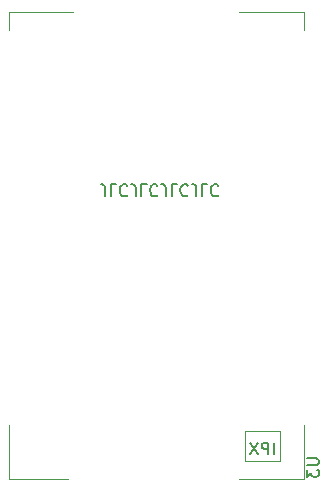
<source format=gbr>
%TF.GenerationSoftware,KiCad,Pcbnew,8.0.1*%
%TF.CreationDate,2024-04-03T20:26:05-05:00*%
%TF.ProjectId,meshtastic-diy,6d657368-7461-4737-9469-632d6469792e,2.1*%
%TF.SameCoordinates,Original*%
%TF.FileFunction,Legend,Bot*%
%TF.FilePolarity,Positive*%
%FSLAX46Y46*%
G04 Gerber Fmt 4.6, Leading zero omitted, Abs format (unit mm)*
G04 Created by KiCad (PCBNEW 8.0.1) date 2024-04-03 20:26:05*
%MOMM*%
%LPD*%
G01*
G04 APERTURE LIST*
%ADD10C,0.150000*%
%ADD11C,0.120000*%
G04 APERTURE END LIST*
D10*
X152180951Y-98945180D02*
X152180951Y-98230895D01*
X152180951Y-98230895D02*
X152133332Y-98088038D01*
X152133332Y-98088038D02*
X152038094Y-97992800D01*
X152038094Y-97992800D02*
X151895237Y-97945180D01*
X151895237Y-97945180D02*
X151799999Y-97945180D01*
X153133332Y-97945180D02*
X152657142Y-97945180D01*
X152657142Y-97945180D02*
X152657142Y-98945180D01*
X154038094Y-98040419D02*
X153990475Y-97992800D01*
X153990475Y-97992800D02*
X153847618Y-97945180D01*
X153847618Y-97945180D02*
X153752380Y-97945180D01*
X153752380Y-97945180D02*
X153609523Y-97992800D01*
X153609523Y-97992800D02*
X153514285Y-98088038D01*
X153514285Y-98088038D02*
X153466666Y-98183276D01*
X153466666Y-98183276D02*
X153419047Y-98373752D01*
X153419047Y-98373752D02*
X153419047Y-98516609D01*
X153419047Y-98516609D02*
X153466666Y-98707085D01*
X153466666Y-98707085D02*
X153514285Y-98802323D01*
X153514285Y-98802323D02*
X153609523Y-98897561D01*
X153609523Y-98897561D02*
X153752380Y-98945180D01*
X153752380Y-98945180D02*
X153847618Y-98945180D01*
X153847618Y-98945180D02*
X153990475Y-98897561D01*
X153990475Y-98897561D02*
X154038094Y-98849942D01*
X154752380Y-98945180D02*
X154752380Y-98230895D01*
X154752380Y-98230895D02*
X154704761Y-98088038D01*
X154704761Y-98088038D02*
X154609523Y-97992800D01*
X154609523Y-97992800D02*
X154466666Y-97945180D01*
X154466666Y-97945180D02*
X154371428Y-97945180D01*
X155704761Y-97945180D02*
X155228571Y-97945180D01*
X155228571Y-97945180D02*
X155228571Y-98945180D01*
X156609523Y-98040419D02*
X156561904Y-97992800D01*
X156561904Y-97992800D02*
X156419047Y-97945180D01*
X156419047Y-97945180D02*
X156323809Y-97945180D01*
X156323809Y-97945180D02*
X156180952Y-97992800D01*
X156180952Y-97992800D02*
X156085714Y-98088038D01*
X156085714Y-98088038D02*
X156038095Y-98183276D01*
X156038095Y-98183276D02*
X155990476Y-98373752D01*
X155990476Y-98373752D02*
X155990476Y-98516609D01*
X155990476Y-98516609D02*
X156038095Y-98707085D01*
X156038095Y-98707085D02*
X156085714Y-98802323D01*
X156085714Y-98802323D02*
X156180952Y-98897561D01*
X156180952Y-98897561D02*
X156323809Y-98945180D01*
X156323809Y-98945180D02*
X156419047Y-98945180D01*
X156419047Y-98945180D02*
X156561904Y-98897561D01*
X156561904Y-98897561D02*
X156609523Y-98849942D01*
X157323809Y-98945180D02*
X157323809Y-98230895D01*
X157323809Y-98230895D02*
X157276190Y-98088038D01*
X157276190Y-98088038D02*
X157180952Y-97992800D01*
X157180952Y-97992800D02*
X157038095Y-97945180D01*
X157038095Y-97945180D02*
X156942857Y-97945180D01*
X158276190Y-97945180D02*
X157800000Y-97945180D01*
X157800000Y-97945180D02*
X157800000Y-98945180D01*
X159180952Y-98040419D02*
X159133333Y-97992800D01*
X159133333Y-97992800D02*
X158990476Y-97945180D01*
X158990476Y-97945180D02*
X158895238Y-97945180D01*
X158895238Y-97945180D02*
X158752381Y-97992800D01*
X158752381Y-97992800D02*
X158657143Y-98088038D01*
X158657143Y-98088038D02*
X158609524Y-98183276D01*
X158609524Y-98183276D02*
X158561905Y-98373752D01*
X158561905Y-98373752D02*
X158561905Y-98516609D01*
X158561905Y-98516609D02*
X158609524Y-98707085D01*
X158609524Y-98707085D02*
X158657143Y-98802323D01*
X158657143Y-98802323D02*
X158752381Y-98897561D01*
X158752381Y-98897561D02*
X158895238Y-98945180D01*
X158895238Y-98945180D02*
X158990476Y-98945180D01*
X158990476Y-98945180D02*
X159133333Y-98897561D01*
X159133333Y-98897561D02*
X159180952Y-98849942D01*
X159895238Y-98945180D02*
X159895238Y-98230895D01*
X159895238Y-98230895D02*
X159847619Y-98088038D01*
X159847619Y-98088038D02*
X159752381Y-97992800D01*
X159752381Y-97992800D02*
X159609524Y-97945180D01*
X159609524Y-97945180D02*
X159514286Y-97945180D01*
X160847619Y-97945180D02*
X160371429Y-97945180D01*
X160371429Y-97945180D02*
X160371429Y-98945180D01*
X161752381Y-98040419D02*
X161704762Y-97992800D01*
X161704762Y-97992800D02*
X161561905Y-97945180D01*
X161561905Y-97945180D02*
X161466667Y-97945180D01*
X161466667Y-97945180D02*
X161323810Y-97992800D01*
X161323810Y-97992800D02*
X161228572Y-98088038D01*
X161228572Y-98088038D02*
X161180953Y-98183276D01*
X161180953Y-98183276D02*
X161133334Y-98373752D01*
X161133334Y-98373752D02*
X161133334Y-98516609D01*
X161133334Y-98516609D02*
X161180953Y-98707085D01*
X161180953Y-98707085D02*
X161228572Y-98802323D01*
X161228572Y-98802323D02*
X161323810Y-98897561D01*
X161323810Y-98897561D02*
X161466667Y-98945180D01*
X161466667Y-98945180D02*
X161561905Y-98945180D01*
X161561905Y-98945180D02*
X161704762Y-98897561D01*
X161704762Y-98897561D02*
X161752381Y-98849942D01*
X169254819Y-121138095D02*
X170064342Y-121138095D01*
X170064342Y-121138095D02*
X170159580Y-121185714D01*
X170159580Y-121185714D02*
X170207200Y-121233333D01*
X170207200Y-121233333D02*
X170254819Y-121328571D01*
X170254819Y-121328571D02*
X170254819Y-121519047D01*
X170254819Y-121519047D02*
X170207200Y-121614285D01*
X170207200Y-121614285D02*
X170159580Y-121661904D01*
X170159580Y-121661904D02*
X170064342Y-121709523D01*
X170064342Y-121709523D02*
X169254819Y-121709523D01*
X169254819Y-122090476D02*
X169254819Y-122709523D01*
X169254819Y-122709523D02*
X169635771Y-122376190D01*
X169635771Y-122376190D02*
X169635771Y-122519047D01*
X169635771Y-122519047D02*
X169683390Y-122614285D01*
X169683390Y-122614285D02*
X169731009Y-122661904D01*
X169731009Y-122661904D02*
X169826247Y-122709523D01*
X169826247Y-122709523D02*
X170064342Y-122709523D01*
X170064342Y-122709523D02*
X170159580Y-122661904D01*
X170159580Y-122661904D02*
X170207200Y-122614285D01*
X170207200Y-122614285D02*
X170254819Y-122519047D01*
X170254819Y-122519047D02*
X170254819Y-122233333D01*
X170254819Y-122233333D02*
X170207200Y-122138095D01*
X170207200Y-122138095D02*
X170159580Y-122090476D01*
X166476189Y-120804819D02*
X166476189Y-119804819D01*
X165999999Y-120804819D02*
X165999999Y-119804819D01*
X165999999Y-119804819D02*
X165619047Y-119804819D01*
X165619047Y-119804819D02*
X165523809Y-119852438D01*
X165523809Y-119852438D02*
X165476190Y-119900057D01*
X165476190Y-119900057D02*
X165428571Y-119995295D01*
X165428571Y-119995295D02*
X165428571Y-120138152D01*
X165428571Y-120138152D02*
X165476190Y-120233390D01*
X165476190Y-120233390D02*
X165523809Y-120281009D01*
X165523809Y-120281009D02*
X165619047Y-120328628D01*
X165619047Y-120328628D02*
X165999999Y-120328628D01*
X165095237Y-119804819D02*
X164428571Y-120804819D01*
X164428571Y-119804819D02*
X165095237Y-120804819D01*
D11*
%TO.C,U3*%
X144000000Y-83350000D02*
X144000000Y-84850000D01*
X144000000Y-118350000D02*
X144000000Y-122850000D01*
X144000000Y-122850000D02*
X149000000Y-122850000D01*
X149500000Y-83350000D02*
X144000000Y-83350000D01*
X163500000Y-83350000D02*
X169000000Y-83350000D01*
X164000000Y-118850000D02*
X164000000Y-121350000D01*
X167000000Y-118850000D02*
X164000000Y-118850000D01*
X167000000Y-118850000D02*
X167000000Y-121350000D01*
X167000000Y-121350000D02*
X164000000Y-121350000D01*
X169000000Y-83350000D02*
X169000000Y-84850000D01*
X169000000Y-122850000D02*
X163500000Y-122850000D01*
X169000000Y-122850000D02*
X169000000Y-118350000D01*
%TD*%
M02*

</source>
